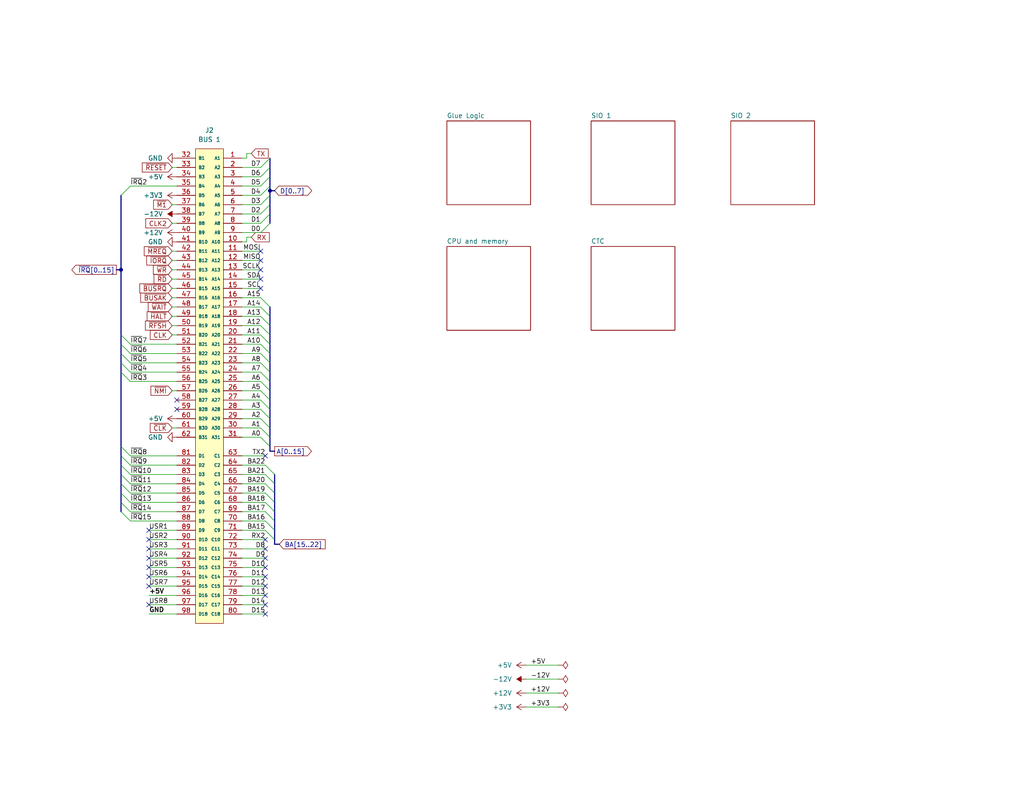
<source format=kicad_sch>
(kicad_sch (version 20230121) (generator eeschema)
  (paper "USLetter")
  (title_block (title "Core component card for ISA backplane") (date "2023-08-27") (rev "2") (company "Frédéric Segard") (comment 1 "@microhobbyist") (comment 4 "Thank you to John Winans for his inspiration, as well as Grant Searle and Sergey Kiselev"))
  (lib_symbols
    (symbol "0_Library:ISA_CARD_CONNECTOR_16BIT" (pin_names (offset 0.762))
      (property "Reference" "J" (at 0 5.08 0))
      (property "Value" "ISA_CARD_CONNECTOR_16BIT" (at 0 2.54 0))
      (symbol "ISA_CARD_CONNECTOR_16BIT_0_0"
        (pin passive line (at 8.89 -2.54 180) (length 5.08) (name "A1") (number "1"))
        (pin passive line (at 8.89 -25.4 180) (length 5.08) (name "A10") (number "10"))
        (pin passive line (at 8.89 -27.94 180) (length 5.08) (name "A11") (number "11"))
        (pin passive line (at 8.89 -30.48 180) (length 5.08) (name "A12") (number "12"))
        (pin passive line (at 8.89 -33.02 180) (length 5.08) (name "A13") (number "13"))
        (pin passive line (at 8.89 -35.56 180) (length 5.08) (name "A14") (number "14"))
        (pin passive line (at 8.89 -38.1 180) (length 5.08) (name "A15") (number "15"))
        (pin passive line (at 8.89 -40.64 180) (length 5.08) (name "A16") (number "16"))
        (pin passive line (at 8.89 -43.18 180) (length 5.08) (name "A17") (number "17"))
        (pin passive line (at 8.89 -45.72 180) (length 5.08) (name "A18") (number "18"))
        (pin passive line (at 8.89 -48.26 180) (length 5.08) (name "A19") (number "19"))
        (pin passive line (at 8.89 -5.08 180) (length 5.08) (name "A2") (number "2"))
        (pin passive line (at 8.89 -50.8 180) (length 5.08) (name "A20") (number "20"))
        (pin passive line (at 8.89 -53.34 180) (length 5.08) (name "A21") (number "21"))
        (pin passive line (at 8.89 -55.88 180) (length 5.08) (name "A22") (number "22"))
        (pin passive line (at 8.89 -58.42 180) (length 5.08) (name "A23") (number "23"))
        (pin passive line (at 8.89 -60.96 180) (length 5.08) (name "A24") (number "24"))
        (pin passive line (at 8.89 -63.5 180) (length 5.08) (name "A25") (number "25"))
        (pin passive line (at 8.89 -66.04 180) (length 5.08) (name "A26") (number "26"))
        (pin passive line (at 8.89 -68.58 180) (length 5.08) (name "A27") (number "27"))
        (pin passive line (at 8.89 -71.12 180) (length 5.08) (name "A28") (number "28"))
        (pin passive line (at 8.89 -73.66 180) (length 5.08) (name "A29") (number "29"))
        (pin passive line (at 8.89 -7.62 180) (length 5.08) (name "A3") (number "3"))
        (pin passive line (at 8.89 -76.2 180) (length 5.08) (name "A30") (number "30"))
        (pin passive line (at 8.89 -78.74 180) (length 5.08) (name "A31") (number "31"))
        (pin passive line (at -8.89 -2.54 0) (length 5.08) (name "B1") (number "32"))
        (pin passive line (at -8.89 -5.08 0) (length 5.08) (name "B2") (number "33"))
        (pin passive line (at -8.89 -7.62 0) (length 5.08) (name "B3") (number "34"))
        (pin passive line (at -8.89 -10.16 0) (length 5.08) (name "B4") (number "35"))
        (pin passive line (at -8.89 -12.7 0) (length 5.08) (name "B5") (number "36"))
        (pin passive line (at -8.89 -15.24 0) (length 5.08) (name "B6") (number "37"))
        (pin passive line (at -8.89 -17.78 0) (length 5.08) (name "B7") (number "38"))
        (pin passive line (at -8.89 -20.32 0) (length 5.08) (name "B8") (number "39"))
        (pin passive line (at 8.89 -10.16 180) (length 5.08) (name "A4") (number "4"))
        (pin passive line (at -8.89 -22.86 0) (length 5.08) (name "B9") (number "40"))
        (pin passive line (at -8.89 -25.4 0) (length 5.08) (name "B10") (number "41"))
        (pin passive line (at -8.89 -27.94 0) (length 5.08) (name "B11") (number "42"))
        (pin passive line (at -8.89 -30.48 0) (length 5.08) (name "B12") (number "43"))
        (pin passive line (at -8.89 -33.02 0) (length 5.08) (name "B13") (number "44"))
        (pin passive line (at -8.89 -35.56 0) (length 5.08) (name "B14") (number "45"))
        (pin passive line (at -8.89 -38.1 0) (length 5.08) (name "B15") (number "46"))
        (pin passive line (at -8.89 -40.64 0) (length 5.08) (name "B16") (number "47"))
        (pin passive line (at -8.89 -43.18 0) (length 5.08) (name "B17") (number "48"))
        (pin passive line (at -8.89 -45.72 0) (length 5.08) (name "B18") (number "49"))
        (pin passive line (at 8.89 -12.7 180) (length 5.08) (name "A5") (number "5"))
        (pin passive line (at -8.89 -48.26 0) (length 5.08) (name "B19") (number "50"))
        (pin passive line (at -8.89 -50.8 0) (length 5.08) (name "B20") (number "51"))
        (pin passive line (at -8.89 -53.34 0) (length 5.08) (name "B21") (number "52"))
        (pin passive line (at -8.89 -55.88 0) (length 5.08) (name "B22") (number "53"))
        (pin passive line (at -8.89 -58.42 0) (length 5.08) (name "B23") (number "54"))
        (pin passive line (at -8.89 -60.96 0) (length 5.08) (name "B24") (number "55"))
        (pin passive line (at -8.89 -63.5 0) (length 5.08) (name "B25") (number "56"))
        (pin passive line (at -8.89 -66.04 0) (length 5.08) (name "B26") (number "57"))
        (pin passive line (at -8.89 -68.58 0) (length 5.08) (name "B27") (number "58"))
        (pin passive line (at -8.89 -71.12 0) (length 5.08) (name "B28") (number "59"))
        (pin passive line (at 8.89 -15.24 180) (length 5.08) (name "A6") (number "6"))
        (pin passive line (at -8.89 -73.66 0) (length 5.08) (name "B29") (number "60"))
        (pin passive line (at -8.89 -76.2 0) (length 5.08) (name "B30") (number "61"))
        (pin passive line (at -8.89 -78.74 0) (length 5.08) (name "B31") (number "62"))
        (pin passive line (at 8.89 -17.78 180) (length 5.08) (name "A7") (number "7"))
        (pin passive line (at 8.89 -20.32 180) (length 5.08) (name "A8") (number "8"))
        (pin passive line (at 8.89 -22.86 180) (length 5.08) (name "A9") (number "9"))
      )
      (symbol "ISA_CARD_CONNECTOR_16BIT_0_1"
        (rectangle (start -3.81 0) (end 3.81 -129.54) (fill (type background)))
      )
      (symbol "ISA_CARD_CONNECTOR_16BIT_1_1"
        (pin passive line (at 8.89 -83.82 180) (length 5.08) (name "C1") (number "63"))
        (pin passive line (at 8.89 -86.36 180) (length 5.08) (name "C2") (number "64"))
        (pin passive line (at 8.89 -88.9 180) (length 5.08) (name "C3") (number "65"))
        (pin passive line (at 8.89 -91.44 180) (length 5.08) (name "C4") (number "66"))
        (pin passive line (at 8.89 -93.98 180) (length 5.08) (name "C5") (number "67"))
        (pin passive line (at 8.89 -96.52 180) (length 5.08) (name "C6") (number "68"))
        (pin passive line (at 8.89 -99.06 180) (length 5.08) (name "C7") (number "69"))
        (pin passive line (at 8.89 -101.6 180) (length 5.08) (name "C8") (number "70"))
        (pin passive line (at 8.89 -104.14 180) (length 5.08) (name "C9") (number "71"))
        (pin passive line (at 8.89 -106.68 180) (length 5.08) (name "C10") (number "72"))
        (pin passive line (at 8.89 -109.22 180) (length 5.08) (name "C11") (number "73"))
        (pin passive line (at 8.89 -111.76 180) (length 5.08) (name "C12") (number "74"))
        (pin passive line (at 8.89 -114.3 180) (length 5.08) (name "C13") (number "75"))
        (pin passive line (at 8.89 -116.84 180) (length 5.08) (name "C14") (number "76"))
        (pin passive line (at 8.89 -119.38 180) (length 5.08) (name "C15") (number "77"))
        (pin passive line (at 8.89 -121.92 180) (length 5.08) (name "C16") (number "78"))
        (pin passive line (at 8.89 -124.46 180) (length 5.08) (name "C17") (number "79"))
        (pin passive line (at 8.89 -127 180) (length 5.08) (name "C18") (number "80"))
        (pin passive line (at -8.89 -83.82 0) (length 5.08) (name "D1") (number "81"))
        (pin passive line (at -8.89 -86.36 0) (length 5.08) (name "D2") (number "82"))
        (pin passive line (at -8.89 -88.9 0) (length 5.08) (name "D3") (number "83"))
        (pin passive line (at -8.89 -91.44 0) (length 5.08) (name "D4") (number "84"))
        (pin passive line (at -8.89 -93.98 0) (length 5.08) (name "D5") (number "85"))
        (pin passive line (at -8.89 -96.52 0) (length 5.08) (name "D6") (number "86"))
        (pin passive line (at -8.89 -99.06 0) (length 5.08) (name "D7") (number "87"))
        (pin passive line (at -8.89 -101.6 0) (length 5.08) (name "D8") (number "88"))
        (pin passive line (at -8.89 -104.14 0) (length 5.08) (name "D9") (number "89"))
        (pin passive line (at -8.89 -106.68 0) (length 5.08) (name "D10") (number "90"))
        (pin passive line (at -8.89 -109.22 0) (length 5.08) (name "D11") (number "91"))
        (pin passive line (at -8.89 -111.76 0) (length 5.08) (name "D12") (number "92"))
        (pin passive line (at -8.89 -114.3 0) (length 5.08) (name "D13") (number "93"))
        (pin passive line (at -8.89 -116.84 0) (length 5.08) (name "D14") (number "94"))
        (pin passive line (at -8.89 -119.38 0) (length 5.08) (name "D15") (number "95"))
        (pin passive line (at -8.89 -121.92 0) (length 5.08) (name "D16") (number "96"))
        (pin passive line (at -8.89 -124.46 0) (length 5.08) (name "D17") (number "97"))
        (pin passive line (at -8.89 -127 0) (length 5.08) (name "D18") (number "98"))
      )
    )
    (symbol "power:+12V" (power) (pin_names (offset 0))
      (property "Value" "+12V" (at 0 3.556 0))
      (symbol "+12V_0_1"
        (polyline (pts (xy -0.762 1.27) (xy 0 2.54)))
        (polyline (pts (xy 0 0) (xy 0 2.54)))
        (polyline (pts (xy 0 2.54) (xy 0.762 1.27)))
      )
      (symbol "+12V_1_1"
        (pin power_in line (at 0 0 90) (length 0) hide (name "+12V") (number "1"))
      )
    )
    (symbol "power:+3V3" (power) (pin_names (offset 0))
      (property "Value" "+3V3" (at 0 3.556 0))
      (symbol "+3V3_0_1"
        (polyline (pts (xy -0.762 1.27) (xy 0 2.54)))
        (polyline (pts (xy 0 0) (xy 0 2.54)))
        (polyline (pts (xy 0 2.54) (xy 0.762 1.27)))
      )
      (symbol "+3V3_1_1"
        (pin power_in line (at 0 0 90) (length 0) hide (name "+3V3") (number "1"))
      )
    )
    (symbol "power:+5V" (power) (pin_names (offset 0))
      (property "Value" "+5V" (at 0 3.556 0))
      (symbol "+5V_0_1"
        (polyline (pts (xy -0.762 1.27) (xy 0 2.54)))
        (polyline (pts (xy 0 0) (xy 0 2.54)))
        (polyline (pts (xy 0 2.54) (xy 0.762 1.27)))
      )
      (symbol "+5V_1_1"
        (pin power_in line (at 0 0 90) (length 0) hide (name "+5V") (number "1"))
      )
    )
    (symbol "power:-12V" (power) (pin_names (offset 0))
      (property "Value" "-12V" (at 0 3.81 0))
      (symbol "-12V_0_0"
        (pin power_in line (at 0 0 90) (length 0) hide (name "-12V") (number "1"))
      )
      (symbol "-12V_0_1"
        (polyline (pts (xy 0 0) (xy 0 1.27) (xy 0.762 1.27) (xy 0 2.54) (xy -0.762 1.27) (xy 0 1.27)) (fill (type outline)))
      )
    )
    (symbol "power:GND" (power) (pin_names (offset 0))
      (property "Value" "GND" (at 0 -3.81 0))
      (symbol "GND_0_1"
        (polyline (pts (xy 0 0) (xy 0 -1.27) (xy 1.27 -1.27) (xy 0 -2.54) (xy -1.27 -1.27) (xy 0 -1.27)))
      )
      (symbol "GND_1_1"
        (pin power_in line (at 0 0 270) (length 0) hide (name "GND") (number "1"))
      )
    )
    (symbol "power:PWR_FLAG" (power) (pin_numbers hide) (pin_names (offset 0) hide)
      (property "Value" "PWR_FLAG" (at 0 3.81 0))
      (symbol "PWR_FLAG_0_0"
        (pin power_out line (at 0 0 90) (length 0) (name "pwr") (number "1"))
      )
      (symbol "PWR_FLAG_0_1"
        (polyline (pts (xy 0 0) (xy 0 1.27) (xy -1.016 1.905) (xy 0 2.54) (xy 1.016 1.905) (xy 0 1.27)))
      )
    )
  )
  (junction (at 73.66 52.07))
  (junction (at 33.02 73.66))
  (no_connect (at 72.39 152.4))
  (no_connect (at 48.26 111.76))
  (no_connect (at 40.64 144.78))
  (no_connect (at 71.12 73.66))
  (no_connect (at 72.39 149.86))
  (no_connect (at 40.64 147.32))
  (no_connect (at 72.39 160.02))
  (no_connect (at 71.12 78.74))
  (no_connect (at 72.39 154.94))
  (no_connect (at 72.39 124.46))
  (no_connect (at 72.39 147.32))
  (no_connect (at 40.64 160.02))
  (no_connect (at 40.64 152.4))
  (no_connect (at 48.26 109.22))
  (no_connect (at 72.39 157.48))
  (no_connect (at 71.12 68.58))
  (no_connect (at 72.39 162.56))
  (no_connect (at 72.39 167.64))
  (no_connect (at 71.12 76.2))
  (no_connect (at 72.39 165.1))
  (no_connect (at 40.64 154.94))
  (no_connect (at 40.64 149.86))
  (no_connect (at 40.64 165.1))
  (no_connect (at 71.12 71.12))
  (no_connect (at 40.64 157.48))
  (bus_entry (at 33.02 139.7) (size 2.54 2.54))
  (bus_entry (at 71.12 60.96) (size 2.54 -2.54))
  (bus_entry (at 35.56 93.98) (size -2.54 -2.54))
  (bus_entry (at 35.56 101.6) (size -2.54 -2.54))
  (bus_entry (at 72.39 132.08) (size 2.54 2.54))
  (bus_entry (at 33.02 129.54) (size 2.54 2.54))
  (bus_entry (at 33.02 134.62) (size 2.54 2.54))
  (bus_entry (at 71.12 81.28) (size 2.54 2.54))
  (bus_entry (at 35.56 96.52) (size -2.54 -2.54))
  (bus_entry (at 33.02 127) (size 2.54 2.54))
  (bus_entry (at 71.12 104.14) (size 2.54 2.54))
  (bus_entry (at 33.02 132.08) (size 2.54 2.54))
  (bus_entry (at 71.12 63.5) (size 2.54 -2.54))
  (bus_entry (at 35.56 99.06) (size -2.54 -2.54))
  (bus_entry (at 71.12 91.44) (size 2.54 2.54))
  (bus_entry (at 72.39 127) (size 2.54 2.54))
  (bus_entry (at 71.12 119.38) (size 2.54 2.54))
  (bus_entry (at 71.12 50.8) (size 2.54 -2.54))
  (bus_entry (at 71.12 86.36) (size 2.54 2.54))
  (bus_entry (at 72.39 129.54) (size 2.54 2.54))
  (bus_entry (at 33.02 53.34) (size 2.54 -2.54))
  (bus_entry (at 71.12 48.26) (size 2.54 -2.54))
  (bus_entry (at 71.12 101.6) (size 2.54 2.54))
  (bus_entry (at 71.12 45.72) (size 2.54 -2.54))
  (bus_entry (at 71.12 55.88) (size 2.54 -2.54))
  (bus_entry (at 33.02 121.92) (size 2.54 2.54))
  (bus_entry (at 33.02 124.46) (size 2.54 2.54))
  (bus_entry (at 71.12 96.52) (size 2.54 2.54))
  (bus_entry (at 72.39 134.62) (size 2.54 2.54))
  (bus_entry (at 72.39 144.78) (size 2.54 2.54))
  (bus_entry (at 71.12 111.76) (size 2.54 2.54))
  (bus_entry (at 71.12 88.9) (size 2.54 2.54))
  (bus_entry (at 33.02 137.16) (size 2.54 2.54))
  (bus_entry (at 71.12 106.68) (size 2.54 2.54))
  (bus_entry (at 71.12 83.82) (size 2.54 2.54))
  (bus_entry (at 35.56 104.14) (size -2.54 -2.54))
  (bus_entry (at 71.12 116.84) (size 2.54 2.54))
  (bus_entry (at 72.39 137.16) (size 2.54 2.54))
  (bus_entry (at 72.39 142.24) (size 2.54 2.54))
  (bus_entry (at 71.12 93.98) (size 2.54 2.54))
  (bus_entry (at 72.39 139.7) (size 2.54 2.54))
  (bus_entry (at 71.12 58.42) (size 2.54 -2.54))
  (bus_entry (at 71.12 114.3) (size 2.54 2.54))
  (bus_entry (at 71.12 53.34) (size 2.54 -2.54))
  (bus_entry (at 71.12 99.06) (size 2.54 2.54))
  (bus_entry (at 71.12 109.22) (size 2.54 2.54))
  (wire (pts (xy 46.99 68.58) (xy 48.26 68.58)))
  (wire (pts (xy 35.56 104.14) (xy 48.26 104.14)))
  (wire (pts (xy 66.04 147.32) (xy 72.39 147.32)))
  (wire (pts (xy 46.99 55.88) (xy 48.26 55.88)))
  (bus (pts (xy 33.02 132.08) (xy 33.02 134.62)))
  (bus (pts (xy 74.93 129.54) (xy 74.93 132.08)))
  (wire (pts (xy 66.04 114.3) (xy 71.12 114.3)))
  (wire (pts (xy 143.51 185.42) (xy 152.4 185.42)))
  (wire (pts (xy 46.99 106.68) (xy 48.26 106.68)))
  (wire (pts (xy 66.04 78.74) (xy 71.12 78.74)))
  (wire (pts (xy 40.64 165.1) (xy 48.26 165.1)))
  (bus (pts (xy 73.66 53.34) (xy 73.66 52.07)))
  (wire (pts (xy 48.26 88.9) (xy 46.99 88.9)))
  (bus (pts (xy 33.02 134.62) (xy 33.02 137.16)))
  (wire (pts (xy 143.51 193.04) (xy 152.4 193.04)))
  (bus (pts (xy 33.02 53.34) (xy 33.02 73.66)))
  (wire (pts (xy 46.99 83.82) (xy 48.26 83.82)))
  (wire (pts (xy 40.64 157.48) (xy 48.26 157.48)))
  (bus (pts (xy 73.66 106.68) (xy 73.66 109.22)))
  (wire (pts (xy 46.99 71.12) (xy 48.26 71.12)))
  (bus (pts (xy 33.02 101.6) (xy 33.02 121.92)))
  (wire (pts (xy 68.58 41.91) (xy 67.31 41.91)))
  (wire (pts (xy 66.04 106.68) (xy 71.12 106.68)))
  (wire (pts (xy 66.04 93.98) (xy 71.12 93.98)))
  (wire (pts (xy 46.99 76.2) (xy 48.26 76.2)))
  (bus (pts (xy 73.66 109.22) (xy 73.66 111.76)))
  (wire (pts (xy 40.64 160.02) (xy 48.26 160.02)))
  (wire (pts (xy 66.04 132.08) (xy 72.39 132.08)))
  (wire (pts (xy 66.04 144.78) (xy 72.39 144.78)))
  (wire (pts (xy 66.04 160.02) (xy 72.39 160.02)))
  (bus (pts (xy 74.93 139.7) (xy 74.93 142.24)))
  (bus (pts (xy 73.66 99.06) (xy 73.66 101.6)))
  (wire (pts (xy 66.04 165.1) (xy 72.39 165.1)))
  (bus (pts (xy 74.93 142.24) (xy 74.93 144.78)))
  (wire (pts (xy 66.04 99.06) (xy 71.12 99.06)))
  (wire (pts (xy 71.12 91.44) (xy 66.04 91.44)))
  (wire (pts (xy 40.64 167.64) (xy 48.26 167.64)))
  (wire (pts (xy 66.04 48.26) (xy 71.12 48.26)))
  (wire (pts (xy 67.31 66.04) (xy 66.04 66.04)))
  (bus (pts (xy 73.66 83.82) (xy 73.66 86.36)))
  (wire (pts (xy 46.99 116.84) (xy 48.26 116.84)))
  (wire (pts (xy 35.56 96.52) (xy 48.26 96.52)))
  (wire (pts (xy 35.56 93.98) (xy 48.26 93.98)))
  (bus (pts (xy 73.66 114.3) (xy 73.66 116.84)))
  (bus (pts (xy 73.66 93.98) (xy 73.66 96.52)))
  (wire (pts (xy 66.04 45.72) (xy 71.12 45.72)))
  (wire (pts (xy 66.04 162.56) (xy 72.39 162.56)))
  (bus (pts (xy 73.66 86.36) (xy 73.66 88.9)))
  (wire (pts (xy 66.04 58.42) (xy 71.12 58.42)))
  (bus (pts (xy 73.66 88.9) (xy 73.66 91.44)))
  (wire (pts (xy 66.04 154.94) (xy 72.39 154.94)))
  (bus (pts (xy 73.66 52.07) (xy 74.93 52.07)))
  (bus (pts (xy 73.66 104.14) (xy 73.66 106.68)))
  (wire (pts (xy 46.99 81.28) (xy 48.26 81.28)))
  (bus (pts (xy 73.66 121.92) (xy 73.66 123.19)))
  (wire (pts (xy 66.04 104.14) (xy 71.12 104.14)))
  (wire (pts (xy 35.56 99.06) (xy 48.26 99.06)))
  (wire (pts (xy 66.04 142.24) (xy 72.39 142.24)))
  (wire (pts (xy 66.04 157.48) (xy 72.39 157.48)))
  (wire (pts (xy 35.56 137.16) (xy 48.26 137.16)))
  (wire (pts (xy 66.04 81.28) (xy 71.12 81.28)))
  (wire (pts (xy 35.56 142.24) (xy 48.26 142.24)))
  (wire (pts (xy 66.04 129.54) (xy 72.39 129.54)))
  (bus (pts (xy 74.93 132.08) (xy 74.93 134.62)))
  (wire (pts (xy 71.12 88.9) (xy 66.04 88.9)))
  (wire (pts (xy 66.04 139.7) (xy 72.39 139.7)))
  (bus (pts (xy 73.66 91.44) (xy 73.66 93.98)))
  (wire (pts (xy 46.99 73.66) (xy 48.26 73.66)))
  (wire (pts (xy 66.04 134.62) (xy 72.39 134.62)))
  (wire (pts (xy 35.56 134.62) (xy 48.26 134.62)))
  (wire (pts (xy 66.04 68.58) (xy 71.12 68.58)))
  (wire (pts (xy 35.56 139.7) (xy 48.26 139.7)))
  (bus (pts (xy 74.93 134.62) (xy 74.93 137.16)))
  (bus (pts (xy 33.02 73.66) (xy 33.02 91.44)))
  (wire (pts (xy 66.04 50.8) (xy 71.12 50.8)))
  (bus (pts (xy 73.66 58.42) (xy 73.66 55.88)))
  (wire (pts (xy 66.04 111.76) (xy 71.12 111.76)))
  (bus (pts (xy 33.02 137.16) (xy 33.02 139.7)))
  (wire (pts (xy 67.31 64.77) (xy 68.58 64.77)))
  (wire (pts (xy 143.51 189.23) (xy 152.4 189.23)))
  (wire (pts (xy 66.04 101.6) (xy 71.12 101.6)))
  (wire (pts (xy 35.56 101.6) (xy 48.26 101.6)))
  (wire (pts (xy 46.99 86.36) (xy 48.26 86.36)))
  (bus (pts (xy 73.66 50.8) (xy 73.66 52.07)))
  (wire (pts (xy 66.04 53.34) (xy 71.12 53.34)))
  (wire (pts (xy 35.56 132.08) (xy 48.26 132.08)))
  (wire (pts (xy 66.04 83.82) (xy 71.12 83.82)))
  (wire (pts (xy 66.04 137.16) (xy 72.39 137.16)))
  (bus (pts (xy 73.66 96.52) (xy 73.66 99.06)))
  (wire (pts (xy 71.12 86.36) (xy 66.04 86.36)))
  (wire (pts (xy 66.04 127) (xy 72.39 127)))
  (wire (pts (xy 46.99 78.74) (xy 48.26 78.74)))
  (wire (pts (xy 67.31 64.77) (xy 67.31 66.04)))
  (bus (pts (xy 33.02 91.44) (xy 33.02 93.98)))
  (wire (pts (xy 46.99 45.72) (xy 48.26 45.72)))
  (wire (pts (xy 66.04 167.64) (xy 72.39 167.64)))
  (wire (pts (xy 66.04 71.12) (xy 71.12 71.12)))
  (bus (pts (xy 73.66 55.88) (xy 73.66 53.34)))
  (wire (pts (xy 66.04 73.66) (xy 71.12 73.66)))
  (bus (pts (xy 74.93 144.78) (xy 74.93 147.32)))
  (wire (pts (xy 66.04 116.84) (xy 71.12 116.84)))
  (wire (pts (xy 66.04 55.88) (xy 71.12 55.88)))
  (bus (pts (xy 74.93 147.32) (xy 74.93 148.59)))
  (bus (pts (xy 74.93 148.59) (xy 76.2 148.59)))
  (wire (pts (xy 35.56 129.54) (xy 48.26 129.54)))
  (wire (pts (xy 35.56 127) (xy 48.26 127)))
  (wire (pts (xy 67.31 41.91) (xy 67.31 43.18)))
  (wire (pts (xy 40.64 154.94) (xy 48.26 154.94)))
  (wire (pts (xy 35.56 50.8) (xy 48.26 50.8)))
  (wire (pts (xy 66.04 119.38) (xy 71.12 119.38)))
  (bus (pts (xy 73.66 48.26) (xy 73.66 45.72)))
  (bus (pts (xy 73.66 123.19) (xy 74.93 123.19)))
  (wire (pts (xy 143.51 181.61) (xy 152.4 181.61)))
  (bus (pts (xy 73.66 116.84) (xy 73.66 119.38)))
  (wire (pts (xy 40.64 144.78) (xy 48.26 144.78)))
  (bus (pts (xy 33.02 124.46) (xy 33.02 127)))
  (wire (pts (xy 40.64 149.86) (xy 48.26 149.86)))
  (bus (pts (xy 33.02 121.92) (xy 33.02 124.46)))
  (wire (pts (xy 40.64 147.32) (xy 48.26 147.32)))
  (wire (pts (xy 46.99 91.44) (xy 48.26 91.44)))
  (bus (pts (xy 33.02 127) (xy 33.02 129.54)))
  (bus (pts (xy 73.66 101.6) (xy 73.66 104.14)))
  (wire (pts (xy 66.04 149.86) (xy 72.39 149.86)))
  (wire (pts (xy 66.04 96.52) (xy 71.12 96.52)))
  (bus (pts (xy 31.75 73.66) (xy 33.02 73.66)))
  (wire (pts (xy 46.99 60.96) (xy 48.26 60.96)))
  (bus (pts (xy 33.02 129.54) (xy 33.02 132.08)))
  (wire (pts (xy 40.64 162.56) (xy 48.26 162.56)))
  (wire (pts (xy 66.04 124.46) (xy 72.39 124.46)))
  (bus (pts (xy 73.66 111.76) (xy 73.66 114.3)))
  (bus (pts (xy 74.93 137.16) (xy 74.93 139.7)))
  (wire (pts (xy 66.04 109.22) (xy 71.12 109.22)))
  (bus (pts (xy 73.66 43.18) (xy 73.66 45.72)))
  (bus (pts (xy 33.02 96.52) (xy 33.02 99.06)))
  (wire (pts (xy 66.04 60.96) (xy 71.12 60.96)))
  (wire (pts (xy 40.64 152.4) (xy 48.26 152.4)))
  (bus (pts (xy 33.02 99.06) (xy 33.02 101.6)))
  (wire (pts (xy 66.04 43.18) (xy 67.31 43.18)))
  (wire (pts (xy 66.04 152.4) (xy 72.39 152.4)))
  (bus (pts (xy 33.02 93.98) (xy 33.02 96.52)))
  (bus (pts (xy 73.66 60.96) (xy 73.66 58.42)))
  (bus (pts (xy 73.66 50.8) (xy 73.66 48.26)))
  (wire (pts (xy 66.04 63.5) (xy 71.12 63.5)))
  (wire (pts (xy 66.04 76.2) (xy 71.12 76.2)))
  (wire (pts (xy 35.56 124.46) (xy 48.26 124.46)))
  (bus (pts (xy 73.66 119.38) (xy 73.66 121.92)))
  (label "BA19" (at 72.39 134.62 180))
  (label "D11" (at 72.39 157.48 180))
  (label "MOSI" (at 71.12 68.58 180))
  (label "USR4" (at 40.64 152.4 0))
  (label "~{IRQ}9" (at 35.56 127 0))
  (label "~{IRQ}14" (at 35.56 139.7 0))
  (label "A7" (at 71.12 101.6 180))
  (label "D7" (at 71.12 45.72 180))
  (label "BA22" (at 72.39 127 180))
  (label "~{IRQ}15" (at 35.56 142.24 0))
  (label "BA17" (at 72.39 139.7 180))
  (label "MISO" (at 71.12 71.12 180))
  (label "D8" (at 72.39 149.86 180))
  (label "D1" (at 71.12 60.96 180))
  (label "+5V" (at 40.64 162.56 0) (effects (font (thickness 0.254) bold)))
  (label "~{IRQ}5" (at 35.56 99.06 0))
  (label "D6" (at 71.12 48.26 180))
  (label "A4" (at 71.12 109.22 180))
  (label "A10" (at 71.12 93.98 180))
  (label "USR3" (at 40.64 149.86 0))
  (label "~{IRQ}3" (at 35.56 104.14 0))
  (label "USR5" (at 40.64 154.94 0))
  (label "A11" (at 71.12 91.44 180))
  (label "~{IRQ}2" (at 35.56 50.8 0))
  (label "~{IRQ}6" (at 35.56 96.52 0))
  (label "D9" (at 72.39 152.4 180))
  (label "USR8" (at 40.64 165.1 0))
  (label "GND" (at 40.64 167.64 0) (effects (font (thickness 0.254) bold)))
  (label "USR2" (at 40.64 147.32 0))
  (label "USR6" (at 40.64 157.48 0))
  (label "RX2" (at 72.39 147.32 180))
  (label "SCL" (at 71.12 78.74 180))
  (label "SDA" (at 71.12 76.2 180))
  (label "D4" (at 71.12 53.34 180))
  (label "A1" (at 71.12 116.84 180))
  (label "A15" (at 71.12 81.28 180))
  (label "A9" (at 71.12 96.52 180))
  (label "~{IRQ}10" (at 35.56 129.54 0))
  (label "+3V3" (at 144.78 193.04 0))
  (label "D2" (at 71.12 58.42 180))
  (label "A0" (at 71.12 119.38 180))
  (label "A12" (at 71.12 88.9 180))
  (label "BA16" (at 72.39 142.24 180))
  (label "~{IRQ}8" (at 35.56 124.46 0))
  (label "SCLK" (at 71.12 73.66 180))
  (label "A5" (at 71.12 106.68 180))
  (label "D14" (at 72.39 165.1 180))
  (label "~{IRQ}13" (at 35.56 137.16 0))
  (label "-12V" (at 144.78 185.42 0))
  (label "USR7" (at 40.64 160.02 0))
  (label "+12V" (at 144.78 189.23 0))
  (label "A3" (at 71.12 111.76 180))
  (label "D3" (at 71.12 55.88 180))
  (label "A8" (at 71.12 99.06 180))
  (label "D10" (at 72.39 154.94 180))
  (label "BA15" (at 72.39 144.78 180))
  (label "TX2" (at 72.39 124.46 180))
  (label "+5V" (at 144.78 181.61 0))
  (label "A14" (at 71.12 83.82 180))
  (label "A6" (at 71.12 104.14 180))
  (label "~{IRQ}12" (at 35.56 134.62 0))
  (label "D15" (at 72.39 167.64 180))
  (label "D13" (at 72.39 162.56 180))
  (label "A2" (at 71.12 114.3 180))
  (label "D0" (at 71.12 63.5 180))
  (label "A13" (at 71.12 86.36 180))
  (label "D5" (at 71.12 50.8 180))
  (label "BA21" (at 72.39 129.54 180))
  (label "~{IRQ}7" (at 35.56 93.98 0))
  (label "BA18" (at 72.39 137.16 180))
  (label "USR1" (at 40.64 144.78 0))
  (label "D12" (at 72.39 160.02 180))
  (label "~{IRQ}4" (at 35.56 101.6 0))
  (label "BA20" (at 72.39 132.08 180))
  (label "~{IRQ}11" (at 35.56 132.08 0))
  (global_label "~{IRQ}[0..15]" (shape output) (at 31.75 73.66 180) (property "Intersheetrefs" "${INTERSHEET_REFS}" (effects hide)))
  (global_label "CLK" (shape input) (at 46.99 91.44 180) (property "Intersheetrefs" "${INTERSHEET_REFS}" (effects hide)))
  (global_label "TX" (shape input) (at 68.58 41.91 0) (property "Intersheetrefs" "${INTERSHEET_REFS}" (effects hide)))
  (global_label "CLK2" (shape input) (at 46.99 60.96 180) (property "Intersheetrefs" "${INTERSHEET_REFS}" (effects hide)))
  (global_label "RX" (shape input) (at 68.58 64.77 0) (property "Intersheetrefs" "${INTERSHEET_REFS}" (effects hide)))
  (global_label "~{WAIT}" (shape input) (at 46.99 83.82 180) (property "Intersheetrefs" "${INTERSHEET_REFS}" (effects hide)))
  (global_label "~{MREQ}" (shape input) (at 46.99 68.58 180) (property "Intersheetrefs" "${INTERSHEET_REFS}" (effects hide)))
  (global_label "A[0..15]" (shape output) (at 74.93 123.19 0) (property "Intersheetrefs" "${INTERSHEET_REFS}" (effects hide)))
  (global_label "~{IORQ}" (shape input) (at 46.99 71.12 180) (property "Intersheetrefs" "${INTERSHEET_REFS}" (effects hide)))
  (global_label "~{BUSAK}" (shape input) (at 46.99 81.28 180) (property "Intersheetrefs" "${INTERSHEET_REFS}" (effects hide)))
  (global_label "BA[15..22]" (shape input) (at 76.2 148.59 0) (property "Intersheetrefs" "${INTERSHEET_REFS}" (effects hide)))
  (global_label "~{RFSH}" (shape input) (at 46.99 88.9 180) (property "Intersheetrefs" "${INTERSHEET_REFS}" (effects hide)))
  (global_label "~{HALT}" (shape input) (at 46.99 86.36 180) (property "Intersheetrefs" "${INTERSHEET_REFS}" (effects hide)))
  (global_label "~{NMI}" (shape input) (at 46.99 106.68 180) (property "Intersheetrefs" "${INTERSHEET_REFS}" (effects hide)))
  (global_label "~{CLK}" (shape input) (at 46.99 116.84 180) (property "Intersheetrefs" "${INTERSHEET_REFS}" (effects hide)))
  (global_label "~{RD}" (shape input) (at 46.99 76.2 180) (property "Intersheetrefs" "${INTERSHEET_REFS}" (effects hide)))
  (global_label "~{M1}" (shape input) (at 46.99 55.88 180) (property "Intersheetrefs" "${INTERSHEET_REFS}" (effects hide)))
  (global_label "~{RESET}" (shape input) (at 46.99 45.72 180) (property "Intersheetrefs" "${INTERSHEET_REFS}" (effects hide)))
  (global_label "~{WR}" (shape input) (at 46.99 73.66 180) (property "Intersheetrefs" "${INTERSHEET_REFS}" (effects hide)))
  (global_label "~{BUSRQ}" (shape input) (at 46.99 78.74 180) (property "Intersheetrefs" "${INTERSHEET_REFS}" (effects hide)))
  (global_label "D[0..7]" (shape bidirectional) (at 74.93 52.07 0) (property "Intersheetrefs" "${INTERSHEET_REFS}" (effects hide)))
  (symbol (lib_id "power:GND") (at 48.26 119.38 270) (mirror x) (unit 1)
    (property "Reference" "#PWR034" (effects hide))
    (property "Value" "GND" (at 44.45 119.38 90) (effects (justify right)))
  )
  (symbol (lib_id "power:PWR_FLAG") (at 152.4 181.61 270) (unit 1)
    (property "Reference" "#FLG01" (effects hide))
    (property "Value" "PWR_FLAG" (effects hide))
  )
  (symbol (lib_id "power:+5V") (at 48.26 114.3 90) (mirror x) (unit 1)
    (property "Reference" "#PWR033" (effects hide))
    (property "Value" "+5V" (at 44.45 114.3 90) (effects (justify left)))
  )
  (symbol (lib_id "power:GND") (at 48.26 66.04 270) (unit 1)
    (property "Reference" "#PWR032" (effects hide))
    (property "Value" "GND" (at 44.45 66.04 90) (effects (justify right)))
  )
  (symbol (lib_id "power:+12V") (at 48.26 63.5 90) (unit 1)
    (property "Reference" "#PWR031" (effects hide))
    (property "Value" "+12V" (at 44.45 63.5 90) (effects (justify left)))
  )
  (symbol (lib_id "power:+5V") (at 48.26 48.26 90) (unit 1)
    (property "Reference" "#PWR028" (effects hide))
    (property "Value" "+5V" (at 44.45 48.26 90) (effects (justify left)))
  )
  (symbol (lib_id "power:+3V3") (at 143.51 193.04 90) (unit 1)
    (property "Reference" "#PWR038" (effects hide))
    (property "Value" "+3V3" (at 139.7 193.04 90) (effects (justify left)))
  )
  (symbol (lib_id "power:-12V") (at 143.51 185.42 90) (unit 1)
    (property "Reference" "#PWR036" (effects hide))
    (property "Value" "-12V" (at 139.7 185.42 90) (effects (justify left)))
  )
  (symbol (lib_id "power:PWR_FLAG") (at 152.4 193.04 270) (unit 1)
    (property "Reference" "#FLG04" (effects hide))
    (property "Value" "PWR_FLAG" (effects hide))
  )
  (symbol (lib_id "power:-12V") (at 48.26 58.42 90) (unit 1)
    (property "Reference" "#PWR030" (effects hide))
    (property "Value" "-12V" (at 44.45 58.42 90) (effects (justify left)))
  )
  (symbol (lib_id "power:PWR_FLAG") (at 152.4 189.23 270) (unit 1)
    (property "Reference" "#FLG03" (effects hide))
    (property "Value" "PWR_FLAG" (effects hide))
  )
  (symbol (lib_id "power:GND") (at 48.26 43.18 270) (unit 1)
    (property "Reference" "#PWR027" (effects hide))
    (property "Value" "GND" (at 44.45 43.18 90) (effects (justify right)))
  )
  (symbol (lib_id "power:+12V") (at 143.51 189.23 90) (unit 1)
    (property "Reference" "#PWR037" (effects hide))
    (property "Value" "+12V" (at 139.7 189.23 90) (effects (justify left)))
  )
  (symbol (lib_id "power:+5V") (at 143.51 181.61 90) (unit 1)
    (property "Reference" "#PWR035" (effects hide))
    (property "Value" "+5V" (at 139.7 181.61 90) (effects (justify left)))
  )
  (symbol (lib_id "power:+3V3") (at 48.26 53.34 90) (unit 1)
    (property "Reference" "#PWR029" (effects hide))
    (property "Value" "+3V3" (at 44.45 53.34 90) (effects (justify left)))
  )
  (symbol (lib_id "power:PWR_FLAG") (at 152.4 185.42 270) (unit 1)
    (property "Reference" "#FLG02" (effects hide))
    (property "Value" "PWR_FLAG" (effects hide))
  )
  (symbol (lib_id "0_Library:ISA_CARD_CONNECTOR_16BIT") (at 57.15 40.64 0) (unit 1)
    (property "Reference" "J2" (at 57.15 35.56 0))
    (property "Value" "BUS 1" (at 57.15 38.1 0))
    (property "Footprint" "0_Library:BUS_AT v2" (effects hide))
    (property "Datasheet" "https://www.te.com/commerce/DocumentDelivery/DDEController?Action=showdoc&DocId=Customer+Drawing%7F5530843%7FF8%7Fpdf%7FEnglish%7FENG_CD_5530843_F8.pdf%7F6-5530843-5" (effects hide))
  )
  (sheet (at 161.29 67.31) (size 22.86 22.86) (stroke (width 0.1524))
    (property "Sheetname" "CTC" (at 161.29 66.5984 0) (effects (justify left bottom)))
    (property "Sheetfile" "CTC.kicad_sch" (effects hide))
  )
  (sheet (at 121.92 33.02) (size 22.86 22.86) (stroke (width 0.1524))
    (property "Sheetname" "Glue Logic" (at 121.92 32.3084 0) (effects (justify left bottom)))
    (property "Sheetfile" "GlueLogic.kicad_sch" (effects hide))
  )
  (sheet (at 161.29 33.02) (size 22.86 22.86) (stroke (width 0.1524))
    (property "Sheetname" "SIO 1" (at 161.29 32.3084 0) (effects (justify left bottom)))
    (property "Sheetfile" "SIO.kicad_sch" (effects hide))
  )
  (sheet (at 121.92 67.31) (size 22.86 22.86) (stroke (width 0.1524))
    (property "Sheetname" "CPU and memory" (at 121.92 66.5984 0) (effects (justify left bottom)))
    (property "Sheetfile" "CPUandMemory.kicad_sch" (effects hide))
  )
  (sheet (at 199.39 33.02) (size 22.86 22.86) (stroke (width 0.1524))
    (property "Sheetname" "SIO 2" (at 199.39 32.3084 0) (effects (justify left bottom)))
    (property "Sheetfile" "SIO2.kicad_sch" (effects hide))
  )
)
</source>
